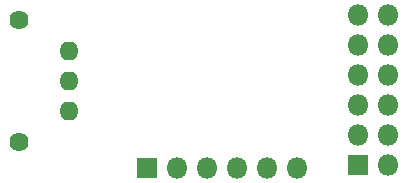
<source format=gbr>
%TF.GenerationSoftware,KiCad,Pcbnew,5.1.6-c6e7f7d~86~ubuntu18.04.1*%
%TF.CreationDate,2021-01-14T22:54:31-08:00*%
%TF.ProjectId,pmod_spdif,706d6f64-5f73-4706-9469-662e6b696361,rev?*%
%TF.SameCoordinates,Original*%
%TF.FileFunction,Soldermask,Bot*%
%TF.FilePolarity,Negative*%
%FSLAX46Y46*%
G04 Gerber Fmt 4.6, Leading zero omitted, Abs format (unit mm)*
G04 Created by KiCad (PCBNEW 5.1.6-c6e7f7d~86~ubuntu18.04.1) date 2021-01-14 22:54:31*
%MOMM*%
%LPD*%
G01*
G04 APERTURE LIST*
%ADD10O,1.624000X1.624000*%
%ADD11C,1.624000*%
%ADD12O,1.800000X1.800000*%
%ADD13R,1.800000X1.800000*%
G04 APERTURE END LIST*
D10*
%TO.C,U3*%
X137160000Y-57912000D03*
X137160000Y-60452000D03*
D11*
X132980000Y-55252000D03*
X132980000Y-65652000D03*
D10*
X137160000Y-62992000D03*
%TD*%
D12*
%TO.C,J2*%
X156464000Y-67818000D03*
X153924000Y-67818000D03*
X151384000Y-67818000D03*
X148844000Y-67818000D03*
X146304000Y-67818000D03*
D13*
X143764000Y-67818000D03*
%TD*%
D12*
%TO.C,J1*%
X164211000Y-54864000D03*
X161671000Y-54864000D03*
X164211000Y-57404000D03*
X161671000Y-57404000D03*
X164211000Y-59944000D03*
X161671000Y-59944000D03*
X164211000Y-62484000D03*
X161671000Y-62484000D03*
X164211000Y-65024000D03*
X161671000Y-65024000D03*
X164211000Y-67564000D03*
D13*
X161671000Y-67564000D03*
%TD*%
M02*

</source>
